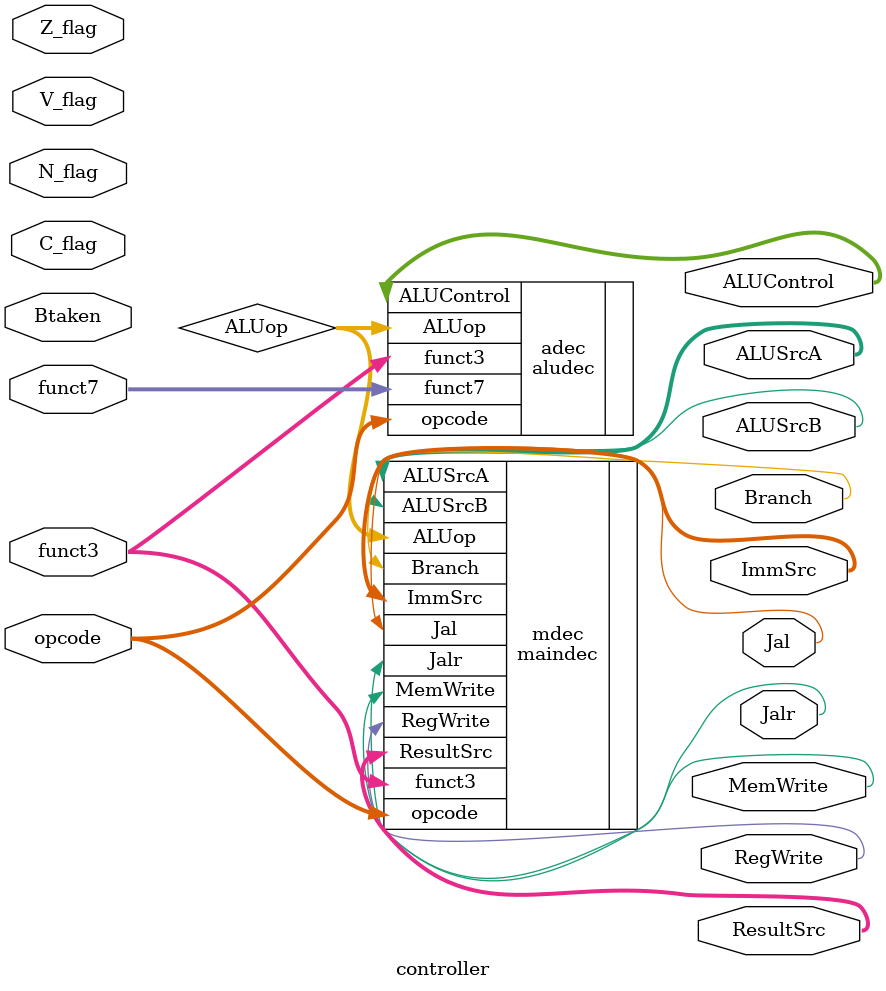
<source format=sv>
/*module controller(
    
    opcode,
    funct3,
    funct7,
    PCSrc,
    ResultSrc,
    MemWrite,
    ALUSrcA,
    ALUSrcB,
    ImmSrc,
    Branch,
    Btaken,
    RegWrite,
    ALUControl,
    Jump
);
    // input
    
    input Btaken;
    input [6:0] opcode;
    input [2:0] funct3;
    input funct7;
    // output
    output [1:0] PCSrc;
    output MemWrite, ALUSrcB, RegWrite, Jump, Branch;
    output [1:0] ResultSrc, ALUSrcA;
    output [2:0] ImmSrc;
    output [4:0] ALUControl;

    wire [1:0] ALUop;

    // maindec 인스턴스
    maindec mdec(
        
        .funct3(funct3),
        .opcode(opcode),
        .PCSrc(PCSrc),
        .Btaken(Btaken),
        .Branch(Branch),
        .ResultSrc(ResultSrc),
        .MemWrite(MemWrite),
        .ALUSrcA(ALUSrcA),
        .ALUSrcB(ALUSrcB),
        .ImmSrc(ImmSrc),
        .RegWrite(RegWrite),
        .Jump(Jump),
        .ALUop(ALUop)
    );
    
    // aludec 인스턴스
    aludec adec(
        .opcode(opcode),
        .funct3(funct3),
        .funct7(funct7),
        .ALUop(ALUop),
        .ALUControl(ALUControl)
    );

endmodule*/
module controller(
    input [6:0] opcode,          // 명령어의 opcode 필드
    input [2:0] funct3,          // 명령어의 funct3 필드
    input [6:0] funct7,                // 명령어의 funct7 필드
    input Btaken,                // 브랜치 성공 여부
               // 메모리 쓰기 신호

    input N_flag,
    input Z_flag,
    input C_flag,
    input V_flag,
    output [1:0] ResultSrc,      // 결과 소스 제어
    output [4:0] ALUControl,      // ALU 제어 신호
    output [1:0] ALUSrcA,        // ALU A 입력 제어
    output ALUSrcB,              // ALU B 입력 제어
    output [2:0] ImmSrc,         // Immediate 소스 제어
    output RegWrite,             // 레지스터 쓰기 신호
    output Branch,               // 브랜치 신호
    output Jal,                  // JAL 명령어 신호
    output Jalr,                 // JALR 명령어 신호
    output MemWrite              // 메모리 쓰기 신호
);

    wire [1:0] ALUop;            // ALU Operation 신호 (maindec에서 제공)
    /*localparam OPC_JALR   = 7'd103;
    assign Jalr = (opcode == OPC_JALR);*/

    // maindec 인스턴스
    maindec mdec(
        .opcode(opcode),         // Opcode 입력
        .funct3(funct3),         // Funct3 입력
        //.Btaken(Btaken),         // 브랜치 성공 여부
        .Branch(Branch),         // 브랜치 신호 출력
        .Jal(Jal),               // JAL 신호 출력
        .Jalr(Jalr),             // JALR 신호 출력
        .ResultSrc(ResultSrc),   // 결과 소스 제어 신호 출력
        .MemWrite(MemWrite),     // 메모리 쓰기 신호 출력
        .ALUSrcA(ALUSrcA),       // ALU A 입력 제어 신호 출력
        .ALUSrcB(ALUSrcB),       // ALU B 입력 제어 신호 출력
        .ImmSrc(ImmSrc),         // Immediate 소스 제어 신호 출력
        .RegWrite(RegWrite),      // 레지스터 쓰기 신호 출력
        .ALUop(ALUop)
    );
    
    // aludec 인스턴스
    aludec adec(
        .opcode(opcode),         // Opcode 입력
        .funct3(funct3),         // Funct3 입력
        .funct7(funct7),         // Funct7 입력
        .ALUop(ALUop),           // ALU Operation 신호 입력
        .ALUControl(ALUControl)  // ALU 제어 신호 출력
    );

endmodule


</source>
